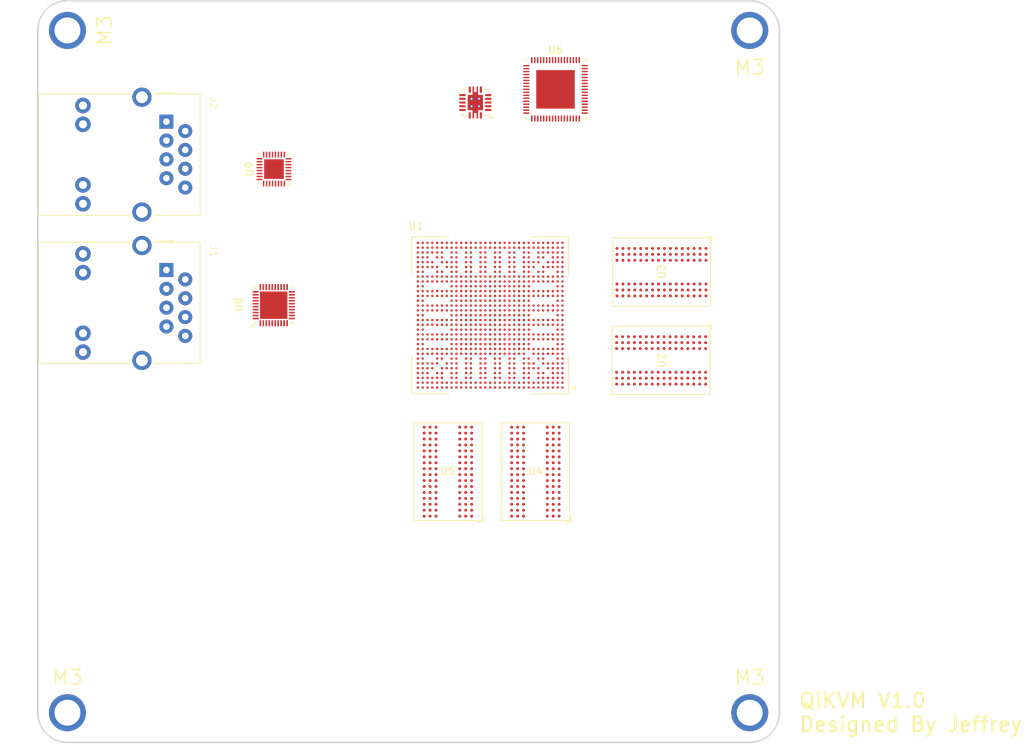
<source format=kicad_pcb>
(kicad_pcb (version 20221018) (generator pcbnew)
  (layers (0 "F.Cu" signal) (1 "In1.Cu" signal) (2 "In2.Cu" signal) (3 "In3.Cu" signal) (4 "In4.Cu" signal) (31 "B.Cu" signal) (34 "B.Paste" user) (35 "F.Paste" user) (36 "B.SilkS" user "B.Silkscreen") (37 "F.SilkS" user "F.Silkscreen") (38 "B.Mask" user) (39 "F.Mask" user) (44 "Edge.Cuts" user))
  (net 0 "")
  (net 6 "VSS")
  (net 50 "/DDR0_A10")
  (net 51 "Net-(U2-ZQ)")
  (net 52 "Net-(U2-ZQ1)")
  (net 53 "/DDR0_BA0")
  (net 54 "/DDR0_BA2")
  (net 55 "/DDR0_A15")
  (net 58 "/DDR0_A3")
  (net 59 "/DDR0_A0")
  (net 60 "/DDR0_A12")
  (net 61 "/DDR0_BA1")
  (net 63 "/DDR0_A5")
  (net 64 "/DDR0_A2")
  (net 65 "/DDR0_A1")
  (net 66 "/DDR0_A4")
  (net 68 "/DDR0_A7")
  (net 69 "/DDR0_A9")
  (net 70 "/DDR0_A11")
  (net 71 "/DDR0_A6")
  (net 74 "/DDR0_A13")
  (net 75 "/DDR0_A14")
  (net 76 "/DDR0_A8")
  (net 125 "Net-(U3-ZQ)")
  (net 126 "Net-(U3-ZQ1)")
  (net 181 "/DDR1_A10")
  (net 182 "Net-(U4-ZQ)")
  (net 183 "Net-(U4-ZQ1)")
  (net 184 "/DDR1_BA0")
  (net 185 "/DDR1_BA2")
  (net 186 "/DDR1_A15")
  (net 189 "/DDR1_A3")
  (net 190 "/DDR1_A0")
  (net 191 "/DDR1_A12")
  (net 192 "/DDR1_BA1")
  (net 194 "/DDR1_A5")
  (net 195 "/DDR1_A2")
  (net 196 "/DDR1_A1")
  (net 197 "/DDR1_A4")
  (net 199 "/DDR1_A7")
  (net 200 "/DDR1_A9")
  (net 201 "/DDR1_A11")
  (net 202 "/DDR1_A6")
  (net 205 "/DDR1_A13")
  (net 206 "/DDR1_A14")
  (net 207 "/DDR1_A8")
  (net 216 "Net-(U2-VDD#1)")
  (net 221 "Net-(U3-VDD#1)")
  (net 222 "Net-(U4-VDDQ#1)")
  (net 225 "Net-(U4-VDD#1)")
  (net 228 "Net-(U5-VDDQ#1)")
  (net 229 "Net-(U5-VDD#1)")
  (net 256 "Net-(U5-ZQ)")
  (net 257 "Net-(U5-ZQ1)")
  (net 736 "Net-(U1J-DDR1_VDD_1)")
  (net 737 "Net-(U1J-DDR1_VDD_10)")
  (net 762 "Net-(U1I-DDR0_VDD_1)")
  (net 835 "Net-(U1I-DDR0_VDD_10)")
  (footprint "Package_BGA:BGA-96_9.0x13.0mm_Layout2x3x16_P0.8mm" (layer "F.Cu") (at 154.049999 98.500001 -90)
    (fp_text reference "U2")
    (fp_text value "~")
  )
  (footprint "Package_BGA:BGA-96_9.0x13.0mm_Layout2x3x16_P0.8mm" (layer "F.Cu") (at 125.299999 113.500001 180)
    (fp_text reference "U5")
    (fp_text value "~")
  )
  (footprint "zgoolib:RTL8188_QFN40" (layer "F.Cu") (at 101.814999 91.050001 90)
    (fp_text reference "U8")
    (fp_text value "RTL8211F-CG")
  )
  (footprint "zgoolib:RK3399" (layer "F.Cu") (at 130.999999 92.400001 180)
    (fp_text reference "U1")
    (fp_text value "RK3399")
  )
  (footprint "Package_DFN_QFN:QFN-32-1EP_4x4mm_P0.4mm_EP2.65x2.65mm" (layer "F.Cu") (at 101.849999 72.700001 90)
    (fp_text reference "U9")
    (fp_text value "RTL8111H-CG")
  )
  (footprint "zgoolib:M3_Whole" (layer "F.Cu") (at 74 54)
    (fp_text reference "M3")
    (fp_text value "M3_Whole")
  )
  (footprint "zgoolib:M3_Whole" (layer "F.Cu") (at 166 146)
    (fp_text reference "M3")
    (fp_text value "M3_Whole")
  )
  (footprint "zgoolib:M3_Whole" (layer "F.Cu") (at 166 54)
    (fp_text reference "M3")
    (fp_text value "M3_Whole")
  )
  (footprint "zgoolib:TPS54821" (layer "F.Cu") (at 129.012399 63.712601 90)
    (fp_text reference "U7" hide)
    (fp_text value "TPS54821RHLR" hide)
  )
  (footprint "zgoolib:M3_Whole" (layer "F.Cu") (at 74 146)
    (fp_text reference "M3")
    (fp_text value "M3_Whole")
  )
  (footprint "zgoolib:RJ45_HanRun_HR911105A" (layer "F.Cu") (at 87.344999 86.305001 -90)
    (fp_text reference "J1")
    (fp_text value "HR911105A")
  )
  (footprint "Package_DFN_QFN:QFN-68-1EP_8x8mm_P0.4mm_EP5.2x5.2mm" (layer "F.Cu") (at 139.812499 61.950001)
    (fp_text reference "U6")
    (fp_text value "~")
  )
  (footprint "Package_BGA:BGA-96_9.0x13.0mm_Layout2x3x16_P0.8mm" (layer "F.Cu") (at 137.099999 113.500001 180)
    (fp_text reference "U4")
    (fp_text value "~")
  )
  (footprint "Package_BGA:BGA-96_9.0x13.0mm_Layout2x3x16_P0.8mm" (layer "F.Cu") (at 154.099999 86.600001 -90)
    (fp_text reference "U3")
    (fp_text value "~")
  )
  (footprint "zgoolib:RJ45_HanRun_HR911105A" (layer "F.Cu") (at 87.344999 66.305001 -90)
    (fp_text reference "J2")
    (fp_text value "HR911105A")
  )
  (gr_line (start 74 50) (end 166 50) (stroke (width 0.2)) (layer "Edge.Cuts"))
  (gr_line (start 74 150) (end 166 150) (stroke (width 0.2)) (layer "Edge.Cuts"))
  (gr_line (start 170 146) (end 170 54) (stroke (width 0.2)) (layer "Edge.Cuts"))
  (gr_arc (start 70 54) (mid 71.171573 51.171573) (end 74 50) (stroke (width 0.2)) (layer "Edge.Cuts"))
  (gr_arc (start 170 146) (mid 168.828427 148.828427) (end 166 150) (stroke (width 0.2)) (layer "Edge.Cuts"))
  (gr_arc (start 166 50) (mid 168.828427 51.171573) (end 170 54) (stroke (width 0.2)) (layer "Edge.Cuts"))
  (gr_line (start 70 146) (end 70 54) (stroke (width 0.2)) (layer "Edge.Cuts"))
  (gr_arc (start 74 150) (mid 71.171573 148.828427) (end 70 146) (stroke (width 0.2)) (layer "Edge.Cuts"))
  (gr_text "QiKVM V1.0\nDesigned By Jeffrey\n" (at 172.499999 148.750001) (layer "F.SilkS") (effects (font (size 2 2) (thickness 0.3) bold) (justify left bottom)))
)
</source>
